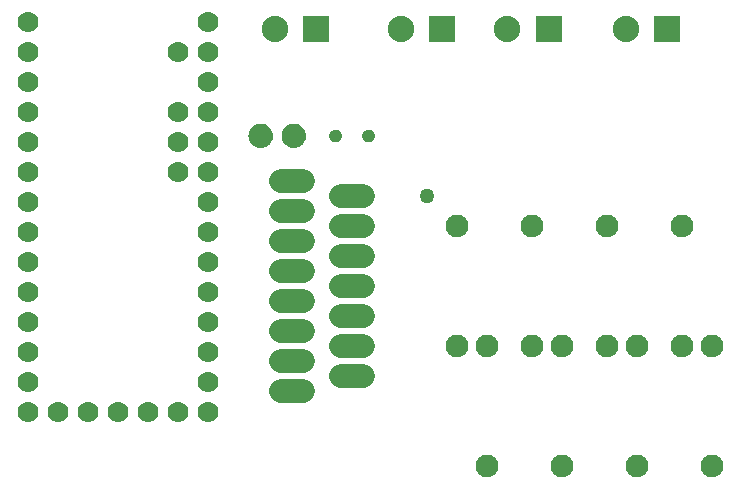
<source format=gts>
G75*
%MOIN*%
%OFA0B0*%
%FSLAX25Y25*%
%IPPOS*%
%LPD*%
%AMOC8*
5,1,8,0,0,1.08239X$1,22.5*
%
%ADD10C,0.00500*%
%ADD11C,0.07924*%
%ADD12R,0.08800X0.08800*%
%ADD13C,0.08800*%
%ADD14C,0.07000*%
%ADD15C,0.07600*%
%ADD16C,0.04965*%
D10*
X0093179Y0118622D02*
X0093743Y0118169D01*
X0094385Y0117835D01*
X0095079Y0117633D01*
X0095800Y0117570D01*
X0096525Y0117631D01*
X0097223Y0117833D01*
X0097869Y0118167D01*
X0098438Y0118621D01*
X0098907Y0119177D01*
X0099258Y0119814D01*
X0099478Y0120507D01*
X0099559Y0121230D01*
X0099510Y0121890D01*
X0099346Y0122531D01*
X0099074Y0123134D01*
X0098701Y0123680D01*
X0098239Y0124153D01*
X0097701Y0124539D01*
X0097105Y0124826D01*
X0096468Y0125005D01*
X0095810Y0125070D01*
X0095152Y0125003D01*
X0094515Y0124822D01*
X0093920Y0124534D01*
X0093383Y0124147D01*
X0092922Y0123672D01*
X0092551Y0123125D01*
X0092280Y0122521D01*
X0092118Y0121880D01*
X0092070Y0121220D01*
X0092148Y0120500D01*
X0092366Y0119810D01*
X0092714Y0119176D01*
X0093179Y0118622D01*
X0093393Y0118450D02*
X0098224Y0118450D01*
X0098714Y0118949D02*
X0092904Y0118949D01*
X0092565Y0119447D02*
X0099056Y0119447D01*
X0099300Y0119946D02*
X0092323Y0119946D01*
X0092166Y0120444D02*
X0099458Y0120444D01*
X0099527Y0120943D02*
X0092100Y0120943D01*
X0092086Y0121441D02*
X0099544Y0121441D01*
X0099497Y0121940D02*
X0092133Y0121940D01*
X0092259Y0122438D02*
X0099370Y0122438D01*
X0099163Y0122937D02*
X0092466Y0122937D01*
X0092761Y0123435D02*
X0098868Y0123435D01*
X0098453Y0123934D02*
X0093176Y0123934D01*
X0093779Y0124432D02*
X0097850Y0124432D01*
X0096731Y0124931D02*
X0094898Y0124931D01*
X0103300Y0122521D02*
X0103138Y0121880D01*
X0103090Y0121220D01*
X0103168Y0120500D01*
X0103386Y0119810D01*
X0103734Y0119176D01*
X0104199Y0118622D01*
X0104763Y0118169D01*
X0105405Y0117835D01*
X0106099Y0117633D01*
X0106820Y0117570D01*
X0107545Y0117631D01*
X0108244Y0117833D01*
X0108890Y0118167D01*
X0109458Y0118621D01*
X0109927Y0119177D01*
X0110278Y0119814D01*
X0110499Y0120507D01*
X0110580Y0121230D01*
X0110530Y0121890D01*
X0110366Y0122531D01*
X0110094Y0123134D01*
X0109721Y0123680D01*
X0109259Y0124153D01*
X0108721Y0124539D01*
X0108125Y0124826D01*
X0107488Y0125005D01*
X0106830Y0125070D01*
X0106172Y0125003D01*
X0105535Y0124822D01*
X0104940Y0124534D01*
X0104403Y0124147D01*
X0103942Y0123672D01*
X0103571Y0123125D01*
X0103300Y0122521D01*
X0103279Y0122438D02*
X0110390Y0122438D01*
X0110517Y0121940D02*
X0103153Y0121940D01*
X0103106Y0121441D02*
X0110564Y0121441D01*
X0110547Y0120943D02*
X0103120Y0120943D01*
X0103186Y0120444D02*
X0110479Y0120444D01*
X0110320Y0119946D02*
X0103343Y0119946D01*
X0103585Y0119447D02*
X0110076Y0119447D01*
X0109734Y0118949D02*
X0103925Y0118949D01*
X0104413Y0118450D02*
X0109244Y0118450D01*
X0108473Y0117952D02*
X0105181Y0117952D01*
X0103486Y0122937D02*
X0110183Y0122937D01*
X0109888Y0123435D02*
X0103781Y0123435D01*
X0104196Y0123934D02*
X0109473Y0123934D01*
X0108870Y0124432D02*
X0104799Y0124432D01*
X0105918Y0124931D02*
X0107751Y0124931D01*
X0119055Y0121640D02*
X0119178Y0122023D01*
X0119384Y0122369D01*
X0119661Y0122660D01*
X0119996Y0122882D01*
X0120372Y0123025D01*
X0120770Y0123080D01*
X0121163Y0123028D01*
X0121535Y0122891D01*
X0121867Y0122675D01*
X0122142Y0122390D01*
X0122348Y0122051D01*
X0122472Y0121674D01*
X0122510Y0121280D01*
X0122463Y0120896D01*
X0122333Y0120533D01*
X0122124Y0120208D01*
X0121849Y0119937D01*
X0121520Y0119734D01*
X0121154Y0119610D01*
X0120770Y0119570D01*
X0120389Y0119604D01*
X0120024Y0119722D01*
X0119695Y0119918D01*
X0119418Y0120182D01*
X0119207Y0120502D01*
X0119072Y0120860D01*
X0119020Y0121240D01*
X0119055Y0121640D01*
X0119038Y0121441D02*
X0122494Y0121441D01*
X0122469Y0120943D02*
X0119061Y0120943D01*
X0119245Y0120444D02*
X0122276Y0120444D01*
X0121858Y0119946D02*
X0119666Y0119946D01*
X0119152Y0121940D02*
X0122384Y0121940D01*
X0122096Y0122438D02*
X0119450Y0122438D01*
X0120140Y0122937D02*
X0121412Y0122937D01*
X0130075Y0121640D02*
X0130198Y0122023D01*
X0130404Y0122369D01*
X0130681Y0122660D01*
X0131016Y0122882D01*
X0131392Y0123025D01*
X0131790Y0123080D01*
X0132183Y0123028D01*
X0132555Y0122891D01*
X0132887Y0122675D01*
X0133162Y0122390D01*
X0133368Y0122051D01*
X0133492Y0121674D01*
X0133530Y0121280D01*
X0133483Y0120896D01*
X0133353Y0120533D01*
X0133144Y0120208D01*
X0132869Y0119937D01*
X0132540Y0119734D01*
X0132174Y0119610D01*
X0131790Y0119570D01*
X0131409Y0119604D01*
X0131044Y0119722D01*
X0130715Y0119918D01*
X0130438Y0120182D01*
X0130227Y0120502D01*
X0130092Y0120860D01*
X0130040Y0121240D01*
X0130075Y0121640D01*
X0130058Y0121441D02*
X0133514Y0121441D01*
X0133489Y0120943D02*
X0130081Y0120943D01*
X0130265Y0120444D02*
X0133296Y0120444D01*
X0132878Y0119946D02*
X0130686Y0119946D01*
X0130172Y0121940D02*
X0133404Y0121940D01*
X0133116Y0122438D02*
X0130470Y0122438D01*
X0131160Y0122937D02*
X0132432Y0122937D01*
X0097453Y0117952D02*
X0094161Y0117952D01*
D11*
X0102738Y0106300D02*
X0109862Y0106300D01*
X0109862Y0096300D02*
X0102738Y0096300D01*
X0102738Y0086300D02*
X0109862Y0086300D01*
X0109862Y0076300D02*
X0102738Y0076300D01*
X0102738Y0066300D02*
X0109862Y0066300D01*
X0122738Y0061300D02*
X0129862Y0061300D01*
X0129862Y0051300D02*
X0122738Y0051300D01*
X0122738Y0041300D02*
X0129862Y0041300D01*
X0109862Y0036300D02*
X0102738Y0036300D01*
X0102738Y0046300D02*
X0109862Y0046300D01*
X0109862Y0056300D02*
X0102738Y0056300D01*
X0122738Y0071300D02*
X0129862Y0071300D01*
X0129862Y0081300D02*
X0122738Y0081300D01*
X0122738Y0091300D02*
X0129862Y0091300D01*
X0129862Y0101300D02*
X0122738Y0101300D01*
D12*
X0114300Y0156800D03*
X0156300Y0156800D03*
X0191800Y0156800D03*
X0231300Y0156800D03*
D13*
X0217520Y0156800D03*
X0178020Y0156800D03*
X0142520Y0156800D03*
X0100520Y0156800D03*
D14*
X0018300Y0029300D03*
X0028300Y0029300D03*
X0038300Y0029300D03*
X0048300Y0029300D03*
X0058300Y0029300D03*
X0068300Y0029300D03*
X0078300Y0029300D03*
X0078300Y0039300D03*
X0078300Y0049300D03*
X0078300Y0059300D03*
X0078300Y0069300D03*
X0078300Y0079300D03*
X0078300Y0089300D03*
X0078300Y0099300D03*
X0078300Y0109300D03*
X0068300Y0109300D03*
X0068300Y0119300D03*
X0078300Y0119300D03*
X0078300Y0129300D03*
X0068300Y0129300D03*
X0078300Y0139300D03*
X0078300Y0149300D03*
X0068300Y0149300D03*
X0078300Y0159300D03*
X0018300Y0159300D03*
X0018300Y0149300D03*
X0018300Y0139300D03*
X0018300Y0129300D03*
X0018300Y0119300D03*
X0018300Y0109300D03*
X0018300Y0099300D03*
X0018300Y0089300D03*
X0018300Y0079300D03*
X0018300Y0069300D03*
X0018300Y0059300D03*
X0018300Y0049300D03*
X0018300Y0039300D03*
D15*
X0161300Y0051300D03*
X0171300Y0051300D03*
X0186300Y0051300D03*
X0196300Y0051300D03*
X0211300Y0051300D03*
X0221300Y0051300D03*
X0236300Y0051300D03*
X0246300Y0051300D03*
X0246300Y0011300D03*
X0221300Y0011300D03*
X0196300Y0011300D03*
X0171300Y0011300D03*
X0161300Y0091300D03*
X0186300Y0091300D03*
X0211300Y0091300D03*
X0236300Y0091300D03*
D16*
X0151300Y0101300D03*
M02*

</source>
